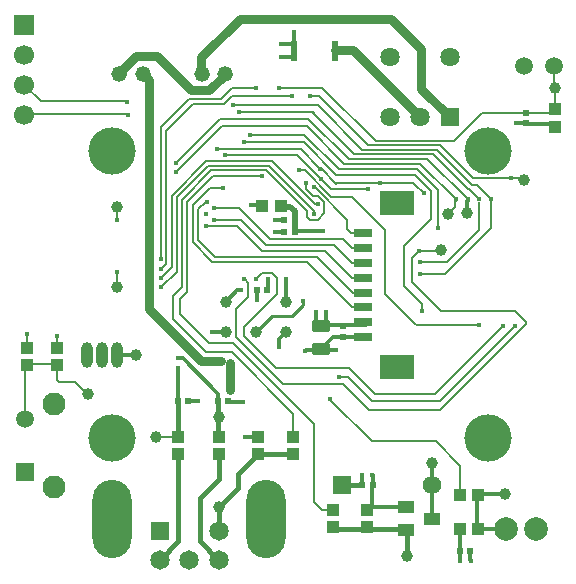
<source format=gbl>
G04*
G04 #@! TF.GenerationSoftware,Altium Limited,Altium Designer,20.2.8 (258)*
G04*
G04 Layer_Physical_Order=4*
G04 Layer_Color=16711680*
%FSLAX44Y44*%
%MOMM*%
G71*
G04*
G04 #@! TF.SameCoordinates,AB2164AD-3A94-489E-A7C9-C1E693429951*
G04*
G04*
G04 #@! TF.FilePolarity,Positive*
G04*
G01*
G75*
%ADD11C,0.2000*%
%ADD12C,0.2540*%
%ADD14C,0.3000*%
%ADD15R,0.5400X0.6000*%
G04:AMPARAMS|DCode=43|XSize=0.95mm|YSize=1.4501mm|CornerRadius=0.0143mm|HoleSize=0mm|Usage=FLASHONLY|Rotation=90.000|XOffset=0mm|YOffset=0mm|HoleType=Round|Shape=RoundedRectangle|*
%AMROUNDEDRECTD43*
21,1,0.9500,1.4216,0,0,90.0*
21,1,0.9215,1.4501,0,0,90.0*
1,1,0.0285,0.7108,0.4607*
1,1,0.0285,0.7108,-0.4607*
1,1,0.0285,-0.7108,-0.4607*
1,1,0.0285,-0.7108,0.4607*
%
%ADD43ROUNDEDRECTD43*%
%ADD45R,0.6000X0.5400*%
%ADD47R,1.0200X1.0400*%
%ADD48R,1.0400X1.0200*%
%ADD83C,1.5748*%
%ADD84R,1.5748X1.5748*%
%ADD87C,1.3208*%
%ADD91C,0.4000*%
%ADD92C,0.8000*%
%ADD93C,0.5000*%
%ADD95C,1.7000*%
%ADD96R,1.7000X1.7000*%
%ADD97C,2.0000*%
%ADD98C,1.5000*%
%ADD99C,1.9500*%
%ADD100R,1.5080X1.5080*%
%ADD101C,1.5080*%
%ADD102O,3.3160X6.6320*%
%ADD103C,1.6500*%
%ADD104R,1.6500X1.6500*%
%ADD105R,1.6350X1.6350*%
%ADD106C,1.6350*%
%ADD107O,1.0000X2.2000*%
%ADD108C,4.0000*%
%ADD109C,0.4000*%
%ADD111R,1.6000X0.8000*%
%ADD112R,3.0000X2.1000*%
G04:AMPARAMS|DCode=113|XSize=1mm|YSize=1mm|CornerRadius=0.5mm|HoleSize=0mm|Usage=FLASHONLY|Rotation=90.000|XOffset=0mm|YOffset=0mm|HoleType=Round|Shape=RoundedRectangle|*
%AMROUNDEDRECTD113*
21,1,1.0000,0.0000,0,0,90.0*
21,1,0.0000,1.0000,0,0,90.0*
1,1,1.0000,0.0000,0.0000*
1,1,1.0000,0.0000,0.0000*
1,1,1.0000,0.0000,0.0000*
1,1,1.0000,0.0000,0.0000*
%
%ADD113ROUNDEDRECTD113*%
G04:AMPARAMS|DCode=114|XSize=1mm|YSize=1mm|CornerRadius=0.5mm|HoleSize=0mm|Usage=FLASHONLY|Rotation=180.000|XOffset=0mm|YOffset=0mm|HoleType=Round|Shape=RoundedRectangle|*
%AMROUNDEDRECTD114*
21,1,1.0000,0.0000,0,0,180.0*
21,1,0.0000,1.0000,0,0,180.0*
1,1,1.0000,0.0000,0.0000*
1,1,1.0000,0.0000,0.0000*
1,1,1.0000,0.0000,0.0000*
1,1,1.0000,0.0000,0.0000*
%
%ADD114ROUNDEDRECTD114*%
%ADD115R,1.4000X1.0000*%
%ADD116R,0.6100X1.8030*%
G04:AMPARAMS|DCode=117|XSize=0.95mm|YSize=1mm|CornerRadius=0.0143mm|HoleSize=0mm|Usage=FLASHONLY|Rotation=0.000|XOffset=0mm|YOffset=0mm|HoleType=Round|Shape=RoundedRectangle|*
%AMROUNDEDRECTD117*
21,1,0.9500,0.9715,0,0,0.0*
21,1,0.9215,1.0000,0,0,0.0*
1,1,0.0285,0.4607,-0.4858*
1,1,0.0285,-0.4607,-0.4858*
1,1,0.0285,-0.4607,0.4858*
1,1,0.0285,0.4607,0.4858*
%
%ADD117ROUNDEDRECTD117*%
D11*
X414000Y442750D02*
Y451750D01*
X423000Y585000D02*
X423500D01*
X586750Y530250D02*
X587000Y530000D01*
X566250Y550750D02*
X586750Y530250D01*
X587000Y530500D02*
Y530500D01*
X586750Y530250D02*
X587000Y530500D01*
X598000Y474500D02*
X613250Y459250D01*
X529250Y485250D02*
X540000Y474500D01*
X605250Y479250D02*
X612750Y471750D01*
X622250D01*
X612250Y485000D02*
X616250D01*
X583250Y464750D02*
X613750Y434250D01*
X496500Y464750D02*
X583250D01*
X622250Y434000D02*
X629000D01*
X478000Y476750D02*
X494750Y460000D01*
X478000Y508250D02*
X492500Y522750D01*
X504000D01*
X613250Y459250D02*
X622250D01*
X540000Y474500D02*
X598000D01*
X518500Y496000D02*
X529250Y485250D01*
X496250Y496000D02*
X518500D01*
X489500Y491000D02*
X515500D01*
X537000Y469500D02*
X589750D01*
X517000Y506000D02*
X543750Y479250D01*
X605250D01*
X581500Y523500D02*
X609000Y496000D01*
Y488250D02*
Y496000D01*
X494750Y460000D02*
X575000D01*
X617000Y459000D02*
X629000D01*
X589750Y469500D02*
X612750Y446500D01*
X609000Y488250D02*
X612250Y485000D01*
X613250Y421750D02*
X622250D01*
X478000Y476750D02*
Y508250D01*
X515500Y491000D02*
X537000Y469500D01*
X612750Y446500D02*
X625000D01*
X496000Y506000D02*
X517000D01*
X617500Y471500D02*
X629000D01*
X580750Y523500D02*
X581500D01*
X613750Y434250D02*
X622250D01*
X482928Y478322D02*
X496500Y464750D01*
X482928Y478322D02*
Y504928D01*
X489250Y511250D01*
X575000Y460000D02*
X613250Y421750D01*
X622250Y421500D02*
X629000D01*
X595500Y521500D02*
X626250D01*
X636250Y526750D02*
X665250D01*
X665500Y526500D01*
X599750Y526750D02*
X636250D01*
X599500Y526500D02*
X599750Y526750D01*
X464750Y515250D02*
X491000Y541500D01*
X542750D02*
X581000Y503250D01*
X491000Y541500D02*
X542750D01*
X469000Y513000D02*
X493750Y537750D01*
X540250D01*
X574750Y503250D01*
X495250Y532750D02*
X536750D01*
X493500Y531000D02*
X495250Y532750D01*
X740750Y406250D02*
X740750D01*
X632500Y348500D02*
X683000D01*
X740750Y406250D01*
X687000Y342250D02*
X750750Y406000D01*
X630250Y342250D02*
X687000D01*
X750750Y406000D02*
X750750D01*
X667750Y406500D02*
X720750D01*
X666250Y408000D02*
X667750Y406500D01*
X337750Y389000D02*
Y399500D01*
X413500Y504750D02*
X414000Y504250D01*
Y495250D02*
Y504250D01*
Y442750D02*
X414250Y442500D01*
X489500Y383750D02*
X511000D01*
X461500Y411750D02*
X489500Y383750D01*
X670000Y469750D02*
X688250D01*
X663500Y463250D02*
X670000Y469750D01*
X641000Y433250D02*
X666250Y408000D01*
X670250Y449750D02*
X691250D01*
X670750Y543250D02*
X700750Y513250D01*
X606500Y543250D02*
X670750D01*
X700750Y511750D02*
Y513250D01*
X700367Y511367D02*
X700750Y511750D01*
X610250Y547250D02*
X676750D01*
X710750Y513250D01*
X710750Y521750D02*
X712250D01*
X720750Y513250D01*
X730750Y513250D02*
Y513250D01*
X714500Y525250D02*
X718750D01*
X730750Y513250D01*
X687500Y559000D02*
X715500Y531000D01*
X747750D01*
X755750D01*
X756750Y530000D01*
X574750Y498500D02*
X577500Y495750D01*
X583750D02*
X589500Y501500D01*
X577500Y495750D02*
X583750D01*
X574750Y498500D02*
Y503250D01*
X574250Y521500D02*
Y527000D01*
Y521500D02*
X579500Y516250D01*
X584500D01*
X589500Y511250D01*
Y501500D02*
Y511250D01*
X581000Y501250D02*
Y503250D01*
X545250Y545500D02*
X581250Y509500D01*
X584000D01*
X489500Y545500D02*
X545250D01*
X464250Y313250D02*
X465680Y314680D01*
X447000Y311750D02*
X447250Y312000D01*
X568250Y537750D02*
X572750D01*
X577750Y600750D02*
X585000D01*
X463625Y543875D02*
X501250Y581500D01*
X463500Y536000D02*
X502750Y575250D01*
X574500D01*
X469000Y438750D02*
Y513000D01*
X460250Y516250D02*
X489500Y545500D01*
X464750Y451750D02*
Y515250D01*
X473500Y511000D02*
X493500Y531000D01*
X473500Y435000D02*
Y511000D01*
X455500Y458500D02*
Y571000D01*
X451000Y463000D02*
Y574000D01*
X460250Y455500D02*
Y516250D01*
X694250Y502000D02*
X695500D01*
X349300Y596000D02*
X422750D01*
X569500Y555500D02*
X586000Y539000D01*
X498250Y555500D02*
X569500D01*
X521750Y561500D02*
X572000D01*
X505250Y550750D02*
X566250D01*
X461500Y431250D02*
X469000Y438750D01*
X467250Y428750D02*
X473500Y435000D01*
X572750Y537750D02*
X595000Y515500D01*
X467250Y415750D02*
Y428750D01*
X451522Y446772D02*
X460250Y455500D01*
X451522Y438522D02*
X464750Y451750D01*
X451272Y454272D02*
X455500Y458500D01*
X502250Y597750D02*
X511500Y607000D01*
X531669D01*
X474750Y597750D02*
X502250D01*
X504750Y593750D02*
X511250Y600250D01*
X562000D01*
X730500Y511750D02*
X730750Y511500D01*
X511750Y593250D02*
X583250D01*
X478250Y593750D02*
X504750D01*
X501250Y581500D02*
X576000D01*
X451000Y574000D02*
X474750Y597750D01*
X455500Y571000D02*
X478250Y593750D01*
X467250Y415750D02*
X491500Y391500D01*
X461500Y411750D02*
Y431250D01*
X451000Y463000D02*
X451250Y462750D01*
X491500Y391500D02*
X512500D01*
X548750Y370500D02*
X610500D01*
X521750Y397500D02*
X548750Y370500D01*
X521750Y397500D02*
Y405000D01*
X610500Y370500D02*
X632500Y348500D01*
X587000Y530000D02*
X595500Y521500D01*
X595000Y515500D02*
X612750D01*
X641000Y487250D01*
Y433250D02*
Y487250D01*
X663500Y443250D02*
X688000Y418750D01*
X657000Y439750D02*
X672000Y424750D01*
X688000Y418750D02*
X750750D01*
X672000Y418500D02*
Y424750D01*
X514750Y420000D02*
X525000Y430250D01*
Y442500D01*
X522000Y445500D02*
X525000Y442500D01*
X512500Y391500D02*
X516500Y387500D01*
X516500D02*
X581000Y323000D01*
Y256500D02*
Y323000D01*
X563000Y312350D02*
Y331750D01*
X554250Y357000D02*
X605250D01*
X594500Y343500D02*
Y343750D01*
X629750Y308250D02*
X684000D01*
X594500Y343500D02*
X629750Y308250D01*
X601500Y362750D02*
X609750D01*
X630250Y342250D01*
X511000Y383750D02*
X563000Y331750D01*
X514750Y396500D02*
Y420000D01*
Y396500D02*
X554250Y357000D01*
X580000Y586250D02*
X615000Y551250D01*
X579750Y586750D02*
X580500Y586000D01*
X517000Y586750D02*
X579750D01*
X576000Y581500D02*
X610250Y547250D01*
X615000Y551250D02*
X681250D01*
X583250Y593250D02*
X583750Y592750D01*
X526750Y567750D02*
X572500D01*
X783750Y626500D02*
X784350Y625900D01*
X537000Y450750D02*
X545250D01*
X531750Y445500D02*
X537000Y450750D01*
X545250D02*
X549750Y446250D01*
X521750Y405000D02*
X549750Y433000D01*
Y446250D01*
X663500Y443250D02*
Y463250D01*
X335000Y584900D02*
X335100Y585000D01*
X422500D02*
X423000Y584500D01*
X335100Y585000D02*
X422500D01*
X423000Y584500D02*
X423500Y585000D01*
X587250Y538750D02*
X599500Y526500D01*
X665500D02*
X673500Y518500D01*
X599500Y534000D02*
X666000D01*
X572000Y561500D02*
X599500Y534000D01*
X666000D02*
X679750Y520250D01*
X572500Y567750D02*
X601750Y538500D01*
X668000D02*
X685750Y520750D01*
X601750Y538500D02*
X668000D01*
X574500Y575250D02*
X606500Y543250D01*
X681250Y551250D02*
X710750Y521750D01*
X583750Y592750D02*
X621250Y555250D01*
X684500D01*
X714500Y525250D01*
X585000Y600750D02*
X626750Y559000D01*
X687500D01*
X679750Y496500D02*
Y520250D01*
X720750Y487500D02*
Y510750D01*
X693000Y459750D02*
X720750Y487500D01*
X703250Y461750D02*
X730750Y489250D01*
X703250Y461750D02*
Y461750D01*
X730750Y489250D02*
Y511500D01*
X756750Y530000D02*
X757250Y529500D01*
X335000Y610300D02*
X349300Y596000D01*
X605250Y357000D02*
X627250Y335000D01*
X687500D01*
X760172Y407672D01*
X657000Y473750D02*
X679750Y496500D01*
X685750Y489250D02*
Y520750D01*
X657000Y439750D02*
Y473750D01*
X760172Y407672D02*
Y409328D01*
X750750Y418750D02*
X760172Y409328D01*
X671500Y459750D02*
X693000D01*
X691250Y449750D02*
X703250Y461750D01*
X695500Y502000D02*
X700367Y506867D01*
Y511367D01*
X587750Y607750D02*
X633000Y562500D01*
X551500Y607750D02*
X587750D01*
X633000Y562500D02*
X699000D01*
X723000Y586500D01*
X581000Y256500D02*
X587250Y250250D01*
X684000Y308250D02*
X704500Y287750D01*
Y273250D02*
Y287750D01*
X723000Y586500D02*
X751750D01*
X465500Y370000D02*
X465590Y369910D01*
X465500Y342500D02*
X465590Y342590D01*
X413500Y441750D02*
X414250Y442500D01*
X751785Y586535D02*
X759465D01*
X751750Y586500D02*
X751785Y586535D01*
X760000Y586570D02*
X781570D01*
X782500Y587500D01*
X447250Y312000D02*
X464250D01*
X363000Y388000D02*
Y397750D01*
X337250Y388500D02*
X337750Y389000D01*
X336750Y373750D02*
X360750D01*
X388250Y348250D02*
Y348750D01*
X378750Y358250D02*
X388250Y348750D01*
X365000Y358250D02*
X378750D01*
X363000Y360250D02*
X365000Y358250D01*
X363000Y360250D02*
Y372650D01*
X335670Y327000D02*
Y372670D01*
X360750Y373750D02*
X362250Y372250D01*
X335670Y372670D02*
X336750Y373750D01*
X587250Y250250D02*
X594750D01*
X621465Y279285D02*
Y279965D01*
X621500Y280000D01*
X621465Y272285D02*
X621500Y272250D01*
X605000Y271500D02*
X605250Y271250D01*
X704500Y264000D02*
Y273250D01*
Y264000D02*
X705000Y263500D01*
X785000Y589350D02*
Y607000D01*
Y607500D01*
X784350Y608150D02*
X785000Y607500D01*
X784350Y608150D02*
Y625900D01*
D12*
X571000Y423500D02*
Y426750D01*
X569750Y422250D02*
X571000Y423500D01*
X561750Y414250D02*
X569750Y422250D01*
X545250Y414250D02*
X561750D01*
X532000Y401000D02*
X545250Y414250D01*
D14*
X586500Y406500D02*
X624500D01*
X573750Y385250D02*
X599500D01*
X552750Y633250D02*
X563000D01*
X563250Y633000D01*
X552750Y644500D02*
X562250D01*
X563500Y633250D02*
Y654750D01*
X710750Y511500D02*
Y513250D01*
X710625Y511375D02*
X710750Y511500D01*
X527000Y508000D02*
X534500D01*
X547500Y496000D02*
X555000D01*
X555250Y495750D01*
X482000Y342250D02*
X482750D01*
X481875Y342125D02*
X482000Y342250D01*
X534500Y508000D02*
X535500Y507000D01*
X499680Y341930D02*
X499750Y342000D01*
X494500Y400750D02*
X505500D01*
X582250Y408500D02*
Y417750D01*
X590750Y410250D02*
Y417500D01*
X573500Y385000D02*
X573750Y385250D01*
X509250Y341750D02*
X520750D01*
X760000Y576680D02*
X783570D01*
X630000Y279750D02*
X630285Y279465D01*
X713160Y207840D02*
Y215660D01*
X605320Y397000D02*
X625500D01*
X704250Y215750D02*
X704430Y215930D01*
X704680Y211430D02*
Y233970D01*
X704465Y207785D02*
Y215715D01*
X506000Y426500D02*
X515500Y436000D01*
X518750D01*
X541570Y445680D02*
X541750Y445500D01*
Y436750D02*
Y445500D01*
X465750Y378500D02*
X469500D01*
X499590Y348410D01*
X532750Y428000D02*
Y436000D01*
X541500Y436500D02*
X541750Y436750D01*
X505500Y400750D02*
X505750Y401000D01*
X551250Y395000D02*
X557000Y400750D01*
X556750Y427500D02*
Y445500D01*
X551250Y388500D02*
Y395000D01*
X547750Y485500D02*
X554750D01*
X555250Y495750D02*
X555250Y495750D01*
X554750Y485500D02*
X555000Y485750D01*
X564320Y486180D02*
X564500Y486000D01*
X588000D01*
X719000Y262250D02*
X720000Y263250D01*
X719250Y264000D02*
X742500D01*
X742750Y263750D01*
X414000Y381750D02*
X430000D01*
X582250Y408500D02*
X582750Y408000D01*
X590250Y409750D02*
X590750Y410250D01*
X590500Y417500D02*
X590750D01*
X597000Y397000D02*
X605000D01*
X586250Y386250D02*
X597000Y397000D01*
X605250Y396930D02*
X605320Y397000D01*
X586250Y406250D02*
X586500Y406500D01*
X531250Y312250D02*
X531500Y312500D01*
X522250Y312250D02*
X531250D01*
X710625Y502625D02*
Y511375D01*
Y502625D02*
X710750Y502500D01*
X465590Y342590D02*
Y369910D01*
X499590Y343340D02*
Y348410D01*
X509000Y342000D02*
X509250Y341750D01*
X563250Y633000D02*
X563500Y633250D01*
X562250Y644500D02*
X562750Y644000D01*
X759590Y577840D02*
X759750Y578000D01*
X751590Y577840D02*
X759590D01*
X751500Y577750D02*
X751590Y577840D01*
X783570Y576680D02*
X784000Y576250D01*
X499500Y343250D02*
X499590Y343340D01*
X474750Y341750D02*
X475125Y342125D01*
X481875D01*
X621465Y272285D02*
Y279285D01*
X630285Y271285D02*
X630320Y271250D01*
X630285Y271285D02*
Y279465D01*
X628500Y252250D02*
X659000D01*
X629600Y270530D02*
X630320Y271250D01*
X629600Y253350D02*
Y270530D01*
X629250Y253000D02*
X629600Y253350D01*
X628000Y251750D02*
X628500Y252250D01*
X680500Y243000D02*
X681000Y242500D01*
X680500Y271500D02*
Y290250D01*
Y243000D02*
Y271500D01*
X704430Y215750D02*
X704465Y215715D01*
Y207785D02*
X704500Y207750D01*
X713070Y215750D02*
X713160Y215660D01*
Y207840D02*
X713250Y207750D01*
X704650Y234000D02*
X704680Y233970D01*
X719350Y234000D02*
X743300D01*
X719250D02*
X719350D01*
X719000Y234250D02*
Y262250D01*
Y234250D02*
X719250Y234000D01*
X499680Y312670D02*
X500000Y312350D01*
D15*
X541070Y436500D02*
D03*
X532430D02*
D03*
X555680Y495750D02*
D03*
X564320D02*
D03*
Y485750D02*
D03*
X555680D02*
D03*
X499680Y342000D02*
D03*
X508320D02*
D03*
X465680D02*
D03*
X474320D02*
D03*
X713070Y215750D02*
D03*
X704430D02*
D03*
X630320Y271250D02*
D03*
X621680D02*
D03*
D43*
X586250Y406250D02*
D03*
Y386250D02*
D03*
D45*
X605250Y396930D02*
D03*
Y405570D02*
D03*
X760000Y586570D02*
D03*
Y577930D02*
D03*
D47*
X597000Y250100D02*
D03*
Y235400D02*
D03*
X466000Y297650D02*
D03*
Y312350D02*
D03*
X563000Y297650D02*
D03*
Y312350D02*
D03*
X533000Y297650D02*
D03*
Y312350D02*
D03*
X500000Y297650D02*
D03*
Y312350D02*
D03*
X363000Y372650D02*
D03*
Y387350D02*
D03*
X338000Y372650D02*
D03*
Y387350D02*
D03*
X785000Y574650D02*
D03*
Y589350D02*
D03*
X626000Y235400D02*
D03*
Y250100D02*
D03*
D48*
X704650Y263000D02*
D03*
X719350D02*
D03*
Y234000D02*
D03*
X704650D02*
D03*
D83*
X680500Y271500D02*
D03*
D84*
X604500D02*
D03*
D87*
X485726Y619500D02*
D03*
X505726D02*
D03*
X415726D02*
D03*
X435726D02*
D03*
D91*
X499680Y312670D02*
Y341930D01*
X465680Y314680D02*
Y342000D01*
X605250Y271250D02*
X621680D01*
X596075Y234325D02*
X657925D01*
X659500Y211500D02*
Y231750D01*
X657925Y234325D02*
X659000Y233250D01*
X595750Y234000D02*
X596075Y234325D01*
X484000Y260500D02*
X500000Y276500D01*
Y253000D02*
X516141Y269141D01*
Y280691D01*
X533250Y297500D02*
X533400Y297650D01*
X499500Y253000D02*
X500000D01*
Y232500D02*
Y253000D01*
X516141Y280691D02*
X533000Y297550D01*
Y297650D01*
X450000Y208000D02*
X450500D01*
X466000Y223500D02*
Y297650D01*
X450500Y208000D02*
X466000Y223500D01*
X500000Y207500D02*
X500750D01*
X499500D02*
X500000D01*
X499500D02*
Y208000D01*
X484000Y223500D02*
X499500Y208000D01*
X484000Y223500D02*
Y260500D01*
X500000Y276500D02*
Y297650D01*
X533400D02*
X563000D01*
D92*
X441250Y420000D02*
X485250Y376000D01*
X501750D01*
X476750Y605500D02*
X491726D01*
X505000Y618774D01*
X416722Y621222D02*
X429750Y634250D01*
X448000D02*
X476750Y605500D01*
X429750Y634250D02*
X448000D01*
X416722Y621222D02*
Y621222D01*
X441250Y420000D02*
Y613976D01*
X509250Y352250D02*
Y375000D01*
Y352250D02*
X509750Y351750D01*
X435726Y619500D02*
X441250Y613976D01*
X415000Y619500D02*
X416722Y621222D01*
X505000Y618774D02*
X505726Y619500D01*
X485250Y623250D02*
Y633500D01*
X517750Y666000D01*
X646000D01*
X671500Y640500D01*
Y606850D02*
Y640500D01*
Y606850D02*
X695650Y582700D01*
X613700Y639250D02*
X670250Y582700D01*
X598500Y639250D02*
X613700D01*
D93*
X553250Y506500D02*
X560750D01*
X564320Y502930D01*
Y495750D02*
Y502930D01*
Y486180D02*
Y495750D01*
D95*
X335000Y610300D02*
D03*
Y635700D02*
D03*
Y584900D02*
D03*
D96*
Y661100D02*
D03*
D97*
X768700Y234000D02*
D03*
X743300D02*
D03*
D98*
X783700Y626000D02*
D03*
X758300D02*
D03*
D99*
X360670Y269500D02*
D03*
Y339500D02*
D03*
D100*
X335670Y282000D02*
D03*
D101*
Y327000D02*
D03*
D102*
X540500Y242500D02*
D03*
X409500D02*
D03*
D103*
X500000Y232500D02*
D03*
X475000Y207500D02*
D03*
X500000D02*
D03*
X450000D02*
D03*
D104*
Y232500D02*
D03*
D105*
X695650Y582700D02*
D03*
D106*
X670250D02*
D03*
X644850D02*
D03*
X695650Y633500D02*
D03*
X644850D02*
D03*
D107*
X413950Y381700D02*
D03*
X401250D02*
D03*
X388550D02*
D03*
D108*
X410000Y311000D02*
D03*
Y554000D02*
D03*
X728000D02*
D03*
Y311000D02*
D03*
D109*
X414000Y451750D02*
D03*
X587000Y530500D02*
D03*
X580750Y523500D02*
D03*
X504000Y523000D02*
D03*
X489750Y511250D02*
D03*
X496250Y496000D02*
D03*
X489500Y491000D02*
D03*
X496000Y506000D02*
D03*
X626250Y521500D02*
D03*
X636250Y526750D02*
D03*
X536750Y532750D02*
D03*
X750750Y406000D02*
D03*
X740750Y406250D02*
D03*
X720750Y406500D02*
D03*
X552750Y633250D02*
D03*
Y644500D02*
D03*
X563500Y654750D02*
D03*
X704500Y207000D02*
D03*
X337750Y399500D02*
D03*
X414000Y495250D02*
D03*
X501750Y376000D02*
D03*
X571000Y426750D02*
D03*
X670250Y449750D02*
D03*
Y459750D02*
D03*
X670000Y469750D02*
D03*
X700750Y513250D02*
D03*
X710750D02*
D03*
X720750D02*
D03*
X730750D02*
D03*
X747750Y531000D02*
D03*
X527000Y508000D02*
D03*
X547500Y496000D02*
D03*
X713250Y207000D02*
D03*
X482750Y342250D02*
D03*
X584000Y509500D02*
D03*
X581000Y501000D02*
D03*
X574250Y527000D02*
D03*
X568250Y537750D02*
D03*
X562000Y600250D02*
D03*
X577750Y600750D02*
D03*
X489500Y501000D02*
D03*
X463500Y544000D02*
D03*
Y536000D02*
D03*
X505250Y550750D02*
D03*
X498250Y555500D02*
D03*
X531750Y607000D02*
D03*
X511750Y593250D02*
D03*
X451522Y446772D02*
D03*
Y438522D02*
D03*
X451272Y454272D02*
D03*
X672000Y418500D02*
D03*
X451250Y462750D02*
D03*
X494500Y400750D02*
D03*
X594500Y343750D02*
D03*
X601500Y362750D02*
D03*
X520750Y341750D02*
D03*
X517000Y586750D02*
D03*
X521750Y561500D02*
D03*
X526750Y567750D02*
D03*
X551500Y607750D02*
D03*
X518750Y436000D02*
D03*
X541750Y445500D02*
D03*
X465750Y378500D02*
D03*
X509250Y375000D02*
D03*
X423000Y584500D02*
D03*
X422750Y595750D02*
D03*
X673500Y518500D02*
D03*
X586000Y538750D02*
D03*
X551250Y388500D02*
D03*
X556750Y445500D02*
D03*
X547750Y485500D02*
D03*
X532750Y428000D02*
D03*
X521750Y445500D02*
D03*
X685750Y489250D02*
D03*
X573250Y385000D02*
D03*
X582250Y417750D02*
D03*
X590500Y417500D02*
D03*
X599500Y385250D02*
D03*
X522250Y312250D02*
D03*
X588000Y486000D02*
D03*
X510000Y351750D02*
D03*
X465500Y370000D02*
D03*
X751500Y577750D02*
D03*
X363000Y397750D02*
D03*
X621500Y280000D02*
D03*
X630250Y279750D02*
D03*
X531750Y445500D02*
D03*
D111*
X622250Y396750D02*
D03*
Y409250D02*
D03*
Y421750D02*
D03*
Y434250D02*
D03*
Y484250D02*
D03*
Y471750D02*
D03*
Y446750D02*
D03*
Y459250D02*
D03*
D112*
X651250Y371250D02*
D03*
Y509750D02*
D03*
D113*
X413750Y507000D02*
D03*
X694250Y500750D02*
D03*
X680500Y290250D02*
D03*
X414250Y438750D02*
D03*
X758500Y529500D02*
D03*
X500000Y253000D02*
D03*
Y329000D02*
D03*
X447000Y312000D02*
D03*
X742750Y263750D02*
D03*
X710500Y501500D02*
D03*
X430000Y381750D02*
D03*
X688250Y470000D02*
D03*
X389000Y348000D02*
D03*
X785000Y607000D02*
D03*
X659500Y211500D02*
D03*
D114*
X556900Y426450D02*
D03*
X506100D02*
D03*
Y401050D02*
D03*
X531500D02*
D03*
X556900D02*
D03*
D115*
X681000Y242750D02*
D03*
X659000Y252250D02*
D03*
Y233250D02*
D03*
D116*
X563500Y639000D02*
D03*
X598510D02*
D03*
D117*
X553001Y507750D02*
D03*
X536999D02*
D03*
M02*

</source>
